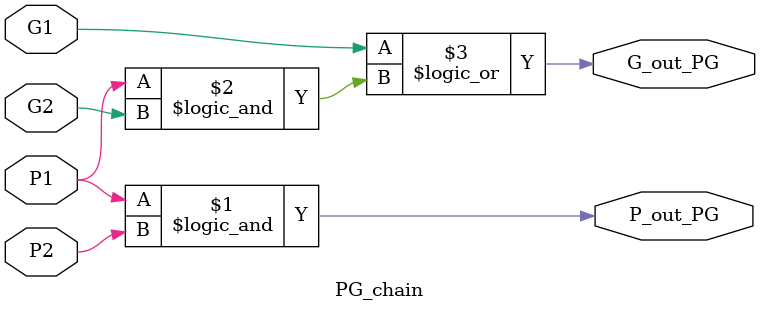
<source format=v>
module bkadder(A, B, CIN, SUM, COUT);
  	input [31:0] A, B;
  	input CIN;
  	output [31:0] SUM;
	output COUT;
		
		wire [31:0] COUT1;
		
		
		wire [31:0]  P_in,G_in;
		wire [31:0]  P_out,G_out;
		wire w1,w2,w3,w4,w5,w6,w7,w8,w9,w10;
		wire w11,w12,w13,w14,w15,w16,w17,w18,w19,w20,w21,w22;
		wire w23, w24, w25, w26, w27, w28, w29, w30, w31, w32, w33, w34, w35, w36, w37;
		wire w38, w39, w40, w41, w42, w43, w44, w45, w46, w47, w48, w49, w50, w51, w52;


	assign P_in = A ^ B;
	assign G_in = A & B;
	assign P_out[0] = P_in[0];
	assign G_out[0] = G_in[0];
	PG_chain PG1 (P_in[1],G_in[1],P_in[0],G_in[0],P_out[1],G_out[1]);

	PG_chain PG2 (P_in[2],G_in[2],P_out[1],G_out[1],P_out[2],G_out[2]);

	PG_chain PG3_1 (P_in[3],G_in[3],P_in[2],G_in[2],w1,w2);
	PG_chain PG3_2 (w1,w2,P_out[1],G_out[1],P_out[3],G_out[3]);
	
	PG_chain PG4 (P_in[4],G_in[4],P_out[3],G_out[3],P_out[4],G_out[4]);
	
	PG_chain PG5_1 (P_in[5],G_in[5],P_in[4],G_in[4],w3,w4);	
	PG_chain PG5_2 (w3,w4,P_out[3],G_out[3],P_out[5],G_out[5]);
	
	PG_chain PG6 (P_in[6],G_in[6],P_out[5],G_out[5],P_out[6],G_out[6]);
	
	PG_chain PG7_1 (P_in[7],G_in[7],P_in[6],G_in[6],w5,w6);	
	PG_chain PG7_2 (w5,w6,w3,w4,w7,w8);
	PG_chain PG7_3 (w7,w8,P_out[3],G_out[3],P_out[7],G_out[7]);
	
	PG_chain PG8 (P_in[8],G_in[8],P_out[7],G_out[7],P_out[8],G_out[8]);
	
	PG_chain PG9_1 (P_in[9],G_in[9],P_in[8],G_in[8],w9,w10);
	PG_chain PG9_2 (w9,w10,P_out[7],G_out[7],P_out[9],G_out[9]);
	
	PG_chain PG10 (P_in[10],G_in[10],P_out[9],G_out[9],P_out[10],G_out[10]);
	
	PG_chain PG11_1 (P_in[11],G_in[11],P_in[10],G_in[10],w11,w12);	
	PG_chain PG11_2 (w11,w12,w9,w10,w13,w14);
	PG_chain PG11_3 (w13,w14,P_out[7],G_out[7],P_out[11],G_out[11]);

	PG_chain PG12 (P_in[12],G_in[12],P_out[11],G_out[11],P_out[12],G_out[12]);
	PG_chain PG13_1 (P_in[13],G_in[13],P_in[12],G_in[12],w15,w16);
	PG_chain PG13_2 (w15,w16,P_out[11],G_out[11],P_out[13],G_out[13]);
	PG_chain PG14 (P_in[14],G_in[14],P_out[13],G_out[13],P_out[14],G_out[14]);
	PG_chain PG15_1 (P_in[15],G_in[15],P_in[14],G_in[14],w17,w18);	
	PG_chain PG15_2 (w17,w18,w15,w16,w19,w20);
	PG_chain PG15_3 (w19,w20,w13,w14,w21,w22);
	PG_chain PG15_4 (w21,w22,P_out[7],G_out[7],P_out[15],G_out[15]);
	PG_chain PG16 (P_in[16],G_in[16],P_out[15],G_out[15],P_out[16],G_out[16]);
	PG_chain PG17_1 (P_in[17],G_in[17],P_in[16],G_in[16],w23,w24);	
	PG_chain PG17_2 (w23,w24,P_out[15],G_out[15],P_out[17],G_out[17]);

	PG_chain PG18 (P_in[18],G_in[18],P_out[17],G_out[17],P_out[18],G_out[18]);
	PG_chain PG19_1 (P_in[19],G_in[19],P_in[18],G_in[18],w25,w26);	
	PG_chain PG19_2 (w25,w26,w23,w24,w27,w28);
	PG_chain PG19_3 (w27,w28,P_out[15],G_out[15],P_out[19],G_out[19]);
	PG_chain PG20 (P_in[20],G_in[20],P_out[19],G_out[19],P_out[20],G_out[20]);
	PG_chain PG21_1 (P_in[21],G_in[21],P_in[20],G_in[20],w29,w30);	
	PG_chain PG21_2 (w29,w30,P_out[19],G_out[19],P_out[21],G_out[21]);
	PG_chain PG22 (P_in[22],G_in[22],P_out[21],G_out[21],P_out[22],G_out[22]);
	PG_chain PG23_1 (P_in[23],G_in[23],P_in[22],G_in[22],w31,w32);	
	PG_chain PG23_2 (w31,w32,w29,w30,w33,w34);
	PG_chain PG23_3 (w33,w34,w27,w28,w35,w36);
	PG_chain PG23_4 (w35,w36,P_out[15],G_out[15],P_out[23],G_out[23]);
	PG_chain PG24 (P_in[24],G_in[24],P_out[23],G_out[23],P_out[24],G_out[24]);
	PG_chain PG25_1 (P_in[25],G_in[25],P_in[24],G_in[24],w37,w38);	
	PG_chain PG25_2 (w37,w38,P_out[23],G_out[23],P_out[25],G_out[25]);
	PG_chain PG26 (P_in[26],G_in[26],P_out[25],G_out[25],P_out[26],G_out[26]);
	PG_chain PG27_1 (P_in[27],G_in[27],P_in[26],G_in[26],w39,w40);	
	PG_chain PG27_2 (w39,w40,w37,w38,w41,w42);
	PG_chain PG27_3 (w41,w42,P_out[23],G_out[23],P_out[27],G_out[27]);
	PG_chain PG28 (P_in[28],G_in[28],P_out[27],G_out[27],P_out[28],G_out[28]);
	PG_chain PG29_1 (P_in[29],G_in[29],P_in[28],G_in[28],w43,w44);	
	PG_chain PG29_2 (w43,w44,P_out[27],G_out[27],P_out[29],G_out[29]);
	PG_chain PG30 (P_in[30],G_in[30],P_out[29],G_out[29],P_out[30],G_out[30]);
	PG_chain PG31_1 (P_in[31],G_in[31],P_in[30],G_in[30],w45,w46);	
	PG_chain PG31_2 (w45,w46,w43,w44,w47,w48);
	PG_chain PG31_3 (w47,w48,w41,w42,w49,w50);
	PG_chain PG31_4 (w49,w50,w35,w36,w51,w52);
	PG_chain PG31_5 (w51,w52,P_out[15],G_out[15],P_out[31],G_out[31]);
	assign COUT1 = (CIN == 1) ?(G_out | P_out) :G_out;
	assign SUM = P_in ^ ((COUT1<<1) | {31'd0,CIN});
	assign COUT = COUT1[31];	

	endmodule

module PG_chain(P1,G1,P2,G2,P_out_PG,G_out_PG);
	input 	wire 	P1,G1,P2,G2; 
	output 	wire 	P_out_PG,G_out_PG; 
	assign P_out_PG = P1 && P2;
	assign G_out_PG = G1 || (P1 && G2);

endmodule
</source>
